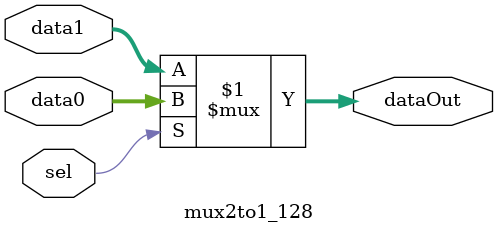
<source format=sv>
module mux2to1_128(
	input [127:0] data0,
	input [127:0] data1,
   input sel,
   output [127:0] dataOut
);

	assign dataOut = sel ? data0 : data1;
	
endmodule
</source>
